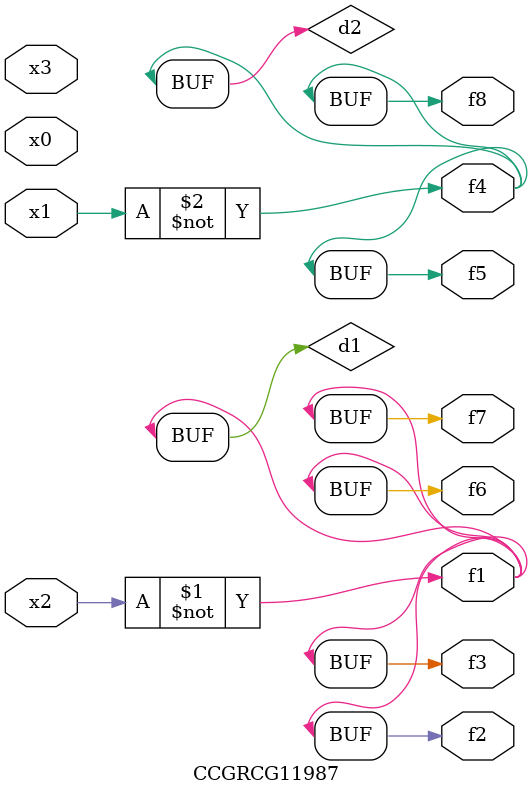
<source format=v>
module CCGRCG11987(
	input x0, x1, x2, x3,
	output f1, f2, f3, f4, f5, f6, f7, f8
);

	wire d1, d2;

	xnor (d1, x2);
	not (d2, x1);
	assign f1 = d1;
	assign f2 = d1;
	assign f3 = d1;
	assign f4 = d2;
	assign f5 = d2;
	assign f6 = d1;
	assign f7 = d1;
	assign f8 = d2;
endmodule

</source>
